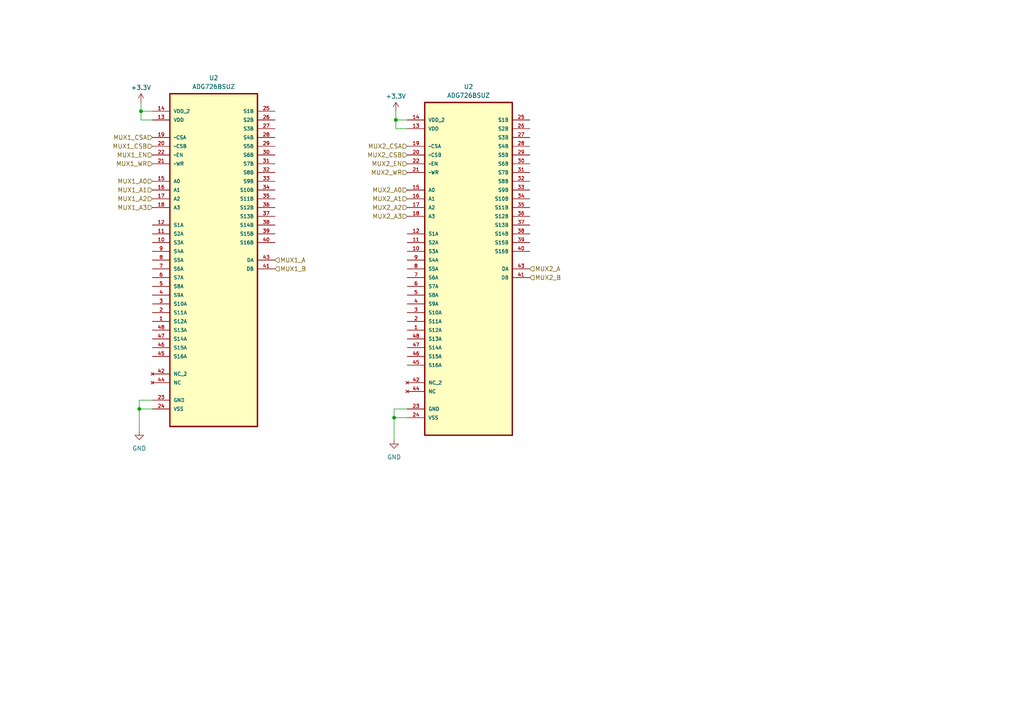
<source format=kicad_sch>
(kicad_sch (version 20230121) (generator eeschema)
  (paper "A4")
  (title_block (title "Zbiornik Ciśnieniowy PKM") (company "Mateusz Klisiewicz"))
  (lib_symbols
    (symbol "ADG726BSUZ:ADG726BSUZ" (pin_names (offset 1.016))
      (property "Reference" "U2" (at 0 50.292 0))
      (property "Value" "ADG726BSUZ" (at 0 47.752 0))
      (symbol "ADG726BSUZ_0_0"
        (rectangle (start -12.7 -50.8) (end 12.7 45.72) (stroke (width 0.4064)) (fill (type background)))
        (pin bidirectional line (at -17.78 -20.32 0) (length 5.08) (name "S12A") (number "1"))
        (pin bidirectional line (at -17.78 2.54 0) (length 5.08) (name "S3A") (number "10"))
        (pin bidirectional line (at -17.78 5.08 0) (length 5.08) (name "S2A") (number "11"))
        (pin bidirectional line (at -17.78 7.62 0) (length 5.08) (name "S1A") (number "12"))
        (pin power_in line (at -17.78 38.1 0) (length 5.08) (name "VDD") (number "13"))
        (pin power_in line (at -17.78 40.64 0) (length 5.08) (name "VDD_2") (number "14"))
        (pin input line (at -17.78 15.24 0) (length 5.08) (name "A2") (number "17"))
        (pin input line (at -17.78 12.7 0) (length 5.08) (name "A3") (number "18"))
        (pin input line (at -17.78 33.02 0) (length 5.08) (name "~CSA") (number "19"))
        (pin bidirectional line (at -17.78 -17.78 0) (length 5.08) (name "S11A") (number "2"))
        (pin input line (at -17.78 30.48 0) (length 5.08) (name "~CSB") (number "20"))
        (pin input line (at -17.78 25.4 0) (length 5.08) (name "~WR") (number "21"))
        (pin input line (at -17.78 27.94 0) (length 5.08) (name "~EN") (number "22"))
        (pin passive line (at -17.78 -43.18 0) (length 5.08) (name "GND") (number "23"))
        (pin power_in line (at -17.78 -45.72 0) (length 5.08) (name "VSS") (number "24"))
        (pin bidirectional line (at 17.78 40.64 180) (length 5.08) (name "S1B") (number "25"))
        (pin bidirectional line (at 17.78 38.1 180) (length 5.08) (name "S2B") (number "26"))
        (pin bidirectional line (at 17.78 35.56 180) (length 5.08) (name "S3B") (number "27"))
        (pin bidirectional line (at 17.78 33.02 180) (length 5.08) (name "S4B") (number "28"))
        (pin bidirectional line (at 17.78 30.48 180) (length 5.08) (name "S5B") (number "29"))
        (pin bidirectional line (at -17.78 -15.24 0) (length 5.08) (name "S10A") (number "3"))
        (pin bidirectional line (at 17.78 27.94 180) (length 5.08) (name "S6B") (number "30"))
        (pin bidirectional line (at 17.78 25.4 180) (length 5.08) (name "S7B") (number "31"))
        (pin bidirectional line (at 17.78 22.86 180) (length 5.08) (name "S8B") (number "32"))
        (pin bidirectional line (at 17.78 20.32 180) (length 5.08) (name "S9B") (number "33"))
        (pin bidirectional line (at 17.78 17.78 180) (length 5.08) (name "S10B") (number "34"))
        (pin bidirectional line (at 17.78 15.24 180) (length 5.08) (name "S11B") (number "35"))
        (pin bidirectional line (at 17.78 12.7 180) (length 5.08) (name "S12B") (number "36"))
        (pin bidirectional line (at 17.78 10.16 180) (length 5.08) (name "S13B") (number "37"))
        (pin bidirectional line (at 17.78 7.62 180) (length 5.08) (name "S14B") (number "38"))
        (pin bidirectional line (at 17.78 5.08 180) (length 5.08) (name "S15B") (number "39"))
        (pin bidirectional line (at -17.78 -12.7 0) (length 5.08) (name "S9A") (number "4"))
        (pin bidirectional line (at 17.78 2.54 180) (length 5.08) (name "S16B") (number "40"))
        (pin bidirectional line (at 17.78 -5.08 180) (length 5.08) (name "DB") (number "41"))
        (pin no_connect line (at -17.78 -35.56 0) (length 5.08) (name "NC_2") (number "42"))
        (pin bidirectional line (at 17.78 -2.54 180) (length 5.08) (name "DA") (number "43"))
        (pin no_connect line (at -17.78 -38.1 0) (length 5.08) (name "NC") (number "44"))
        (pin bidirectional line (at -17.78 -30.48 0) (length 5.08) (name "S16A") (number "45"))
        (pin bidirectional line (at -17.78 -27.94 0) (length 5.08) (name "S15A") (number "46"))
        (pin bidirectional line (at -17.78 -25.4 0) (length 5.08) (name "S14A") (number "47"))
        (pin bidirectional line (at -17.78 -22.86 0) (length 5.08) (name "S13A") (number "48"))
        (pin bidirectional line (at -17.78 -10.16 0) (length 5.08) (name "S8A") (number "5"))
        (pin bidirectional line (at -17.78 -7.62 0) (length 5.08) (name "S7A") (number "6"))
        (pin bidirectional line (at -17.78 -5.08 0) (length 5.08) (name "S6A") (number "7"))
        (pin bidirectional line (at -17.78 -2.54 0) (length 5.08) (name "S5A") (number "8"))
        (pin bidirectional line (at -17.78 0 0) (length 5.08) (name "S4A") (number "9"))
      )
      (symbol "ADG726BSUZ_1_0"
        (pin input line (at -17.78 20.32 0) (length 5.08) (name "A0") (number "15"))
        (pin input line (at -17.78 17.78 0) (length 5.08) (name "A1") (number "16"))
      )
    )
    (symbol "ADG726BSUZ_1" (pin_names (offset 1.016))
      (property "Reference" "U3" (at 0 50.292 0))
      (property "Value" "ADG726BSUZ" (at 0 47.752 0))
      (symbol "ADG726BSUZ_1_0_0"
        (rectangle (start -12.7 -50.8) (end 12.7 45.72) (stroke (width 0.4064)) (fill (type background)))
        (pin bidirectional line (at -17.78 -20.32 0) (length 5.08) (name "S12A") (number "1"))
        (pin bidirectional line (at -17.78 2.54 0) (length 5.08) (name "S3A") (number "10"))
        (pin bidirectional line (at -17.78 5.08 0) (length 5.08) (name "S2A") (number "11"))
        (pin bidirectional line (at -17.78 7.62 0) (length 5.08) (name "S1A") (number "12"))
        (pin power_in line (at -17.78 38.1 0) (length 5.08) (name "VDD") (number "13"))
        (pin power_in line (at -17.78 40.64 0) (length 5.08) (name "VDD_2") (number "14"))
        (pin input line (at -17.78 15.24 0) (length 5.08) (name "A2") (number "17"))
        (pin input line (at -17.78 12.7 0) (length 5.08) (name "A3") (number "18"))
        (pin input line (at -17.78 33.02 0) (length 5.08) (name "~CSA") (number "19"))
        (pin bidirectional line (at -17.78 -17.78 0) (length 5.08) (name "S11A") (number "2"))
        (pin input line (at -17.78 30.48 0) (length 5.08) (name "~CSB") (number "20"))
        (pin input line (at -17.78 25.4 0) (length 5.08) (name "~WR") (number "21"))
        (pin input line (at -17.78 27.94 0) (length 5.08) (name "~EN") (number "22"))
        (pin passive line (at -17.78 -43.18 0) (length 5.08) (name "GND") (number "23"))
        (pin power_in line (at -17.78 -45.72 0) (length 5.08) (name "VSS") (number "24"))
        (pin bidirectional line (at 17.78 40.64 180) (length 5.08) (name "S1B") (number "25"))
        (pin bidirectional line (at 17.78 38.1 180) (length 5.08) (name "S2B") (number "26"))
        (pin bidirectional line (at 17.78 35.56 180) (length 5.08) (name "S3B") (number "27"))
        (pin bidirectional line (at 17.78 33.02 180) (length 5.08) (name "S4B") (number "28"))
        (pin bidirectional line (at 17.78 30.48 180) (length 5.08) (name "S5B") (number "29"))
        (pin bidirectional line (at -17.78 -15.24 0) (length 5.08) (name "S10A") (number "3"))
        (pin bidirectional line (at 17.78 27.94 180) (length 5.08) (name "S6B") (number "30"))
        (pin bidirectional line (at 17.78 25.4 180) (length 5.08) (name "S7B") (number "31"))
        (pin bidirectional line (at 17.78 22.86 180) (length 5.08) (name "S8B") (number "32"))
        (pin bidirectional line (at 17.78 20.32 180) (length 5.08) (name "S9B") (number "33"))
        (pin bidirectional line (at 17.78 17.78 180) (length 5.08) (name "S10B") (number "34"))
        (pin bidirectional line (at 17.78 15.24 180) (length 5.08) (name "S11B") (number "35"))
        (pin bidirectional line (at 17.78 12.7 180) (length 5.08) (name "S12B") (number "36"))
        (pin bidirectional line (at 17.78 10.16 180) (length 5.08) (name "S13B") (number "37"))
        (pin bidirectional line (at 17.78 7.62 180) (length 5.08) (name "S14B") (number "38"))
        (pin bidirectional line (at 17.78 5.08 180) (length 5.08) (name "S15B") (number "39"))
        (pin bidirectional line (at -17.78 -12.7 0) (length 5.08) (name "S9A") (number "4"))
        (pin bidirectional line (at 17.78 2.54 180) (length 5.08) (name "S16B") (number "40"))
        (pin bidirectional line (at 17.78 -5.08 180) (length 5.08) (name "DB") (number "41"))
        (pin no_connect line (at -17.78 -35.56 0) (length 5.08) (name "NC_2") (number "42"))
        (pin bidirectional line (at 17.78 -2.54 180) (length 5.08) (name "DA") (number "43"))
        (pin no_connect line (at -17.78 -38.1 0) (length 5.08) (name "NC") (number "44"))
        (pin bidirectional line (at -17.78 -30.48 0) (length 5.08) (name "S16A") (number "45"))
        (pin bidirectional line (at -17.78 -27.94 0) (length 5.08) (name "S15A") (number "46"))
        (pin bidirectional line (at -17.78 -25.4 0) (length 5.08) (name "S14A") (number "47"))
        (pin bidirectional line (at -17.78 -22.86 0) (length 5.08) (name "S13A") (number "48"))
        (pin bidirectional line (at -17.78 -10.16 0) (length 5.08) (name "S8A") (number "5"))
        (pin bidirectional line (at -17.78 -7.62 0) (length 5.08) (name "S7A") (number "6"))
        (pin bidirectional line (at -17.78 -5.08 0) (length 5.08) (name "S6A") (number "7"))
        (pin bidirectional line (at -17.78 -2.54 0) (length 5.08) (name "S5A") (number "8"))
        (pin bidirectional line (at -17.78 0 0) (length 5.08) (name "S4A") (number "9"))
      )
      (symbol "ADG726BSUZ_1_1_0"
        (pin input line (at -17.78 20.32 0) (length 5.08) (name "A0") (number "15"))
        (pin input line (at -17.78 17.78 0) (length 5.08) (name "A1") (number "16"))
      )
    )
    (symbol "power:+3.3V" (power) (pin_names (offset 0))
      (property "Value" "+3.3V" (at 0 3.556 0))
      (symbol "+3.3V_0_1"
        (polyline (pts (xy -0.762 1.27) (xy 0 2.54)))
        (polyline (pts (xy 0 0) (xy 0 2.54)))
        (polyline (pts (xy 0 2.54) (xy 0.762 1.27)))
      )
      (symbol "+3.3V_1_1"
        (pin power_in line (at 0 0 90) (length 0) hide (name "+3.3V") (number "1"))
      )
    )
    (symbol "power:GND" (power) (pin_names (offset 0))
      (property "Value" "GND" (at 0 -3.81 0))
      (symbol "GND_0_1"
        (polyline (pts (xy 0 0) (xy 0 -1.27) (xy 1.27 -1.27) (xy 0 -2.54) (xy -1.27 -1.27) (xy 0 -1.27)))
      )
      (symbol "GND_1_1"
        (pin power_in line (at 0 0 270) (length 0) hide (name "GND") (number "1"))
      )
    )
  )
  (junction (at 114.808 34.798))
  (junction (at 40.894 32.258))
  (junction (at 40.386 118.618))
  (junction (at 114.3 121.158))
  (wire (pts (xy 114.808 32.258) (xy 114.808 34.798)))
  (wire (pts (xy 40.894 34.798) (xy 40.894 32.258)))
  (wire (pts (xy 40.386 118.618) (xy 40.386 124.968)))
  (wire (pts (xy 118.11 118.618) (xy 114.3 118.618)))
  (wire (pts (xy 44.196 118.618) (xy 40.386 118.618)))
  (wire (pts (xy 40.386 116.078) (xy 40.386 118.618)))
  (wire (pts (xy 114.3 118.618) (xy 114.3 121.158)))
  (wire (pts (xy 44.196 34.798) (xy 40.894 34.798)))
  (wire (pts (xy 44.196 116.078) (xy 40.386 116.078)))
  (wire (pts (xy 118.11 37.338) (xy 114.808 37.338)))
  (wire (pts (xy 40.894 32.258) (xy 44.196 32.258)))
  (wire (pts (xy 114.3 121.158) (xy 114.3 127.508)))
  (wire (pts (xy 114.808 37.338) (xy 114.808 34.798)))
  (wire (pts (xy 114.808 34.798) (xy 118.11 34.798)))
  (wire (pts (xy 40.894 29.718) (xy 40.894 32.258)))
  (wire (pts (xy 118.11 121.158) (xy 114.3 121.158)))
  (hierarchical_label "MUX2_B" (shape input) (at 153.67 80.518 0))
  (hierarchical_label "MUX2_A2" (shape input) (at 118.11 60.198 180))
  (hierarchical_label "MUX1_A0" (shape input) (at 44.196 52.578 180))
  (hierarchical_label "MUX1_B" (shape input) (at 79.756 77.978 0))
  (hierarchical_label "MUX2_A1" (shape input) (at 118.11 57.658 180))
  (hierarchical_label "MUX2_A" (shape input) (at 153.67 77.978 0))
  (hierarchical_label "MUX2_EN" (shape input) (at 118.11 47.498 180))
  (hierarchical_label "MUX1_A1" (shape input) (at 44.196 55.118 180))
  (hierarchical_label "MUX1_A" (shape input) (at 79.756 75.438 0))
  (hierarchical_label "MUX2_CSB" (shape input) (at 118.11 44.958 180))
  (hierarchical_label "MUX1_WR" (shape input) (at 44.196 47.498 180))
  (hierarchical_label "MUX2_A3" (shape input) (at 118.11 62.738 180))
  (hierarchical_label "MUX2_A0" (shape input) (at 118.11 55.118 180))
  (hierarchical_label "MUX2_CSA" (shape input) (at 118.11 42.418 180))
  (hierarchical_label "MUX1_EN" (shape input) (at 44.196 44.958 180))
  (hierarchical_label "MUX1_CSA" (shape input) (at 44.196 39.878 180))
  (hierarchical_label "MUX2_WR" (shape input) (at 118.11 50.038 180))
  (hierarchical_label "MUX1_CSB" (shape input) (at 44.196 42.418 180))
  (hierarchical_label "MUX1_A3" (shape input) (at 44.196 60.198 180))
  (hierarchical_label "MUX1_A2" (shape input) (at 44.196 57.658 180))
  (symbol (lib_id "power:+3.3V") (at 40.894 29.718 0) (unit 1)
    (property "Reference" "#PWR010" (effects hide))
    (property "Value" "+3.3V" (at 40.894 25.4 0))
  )
  (symbol (lib_name "ADG726BSUZ_1") (lib_id "ADG726BSUZ:ADG726BSUZ") (at 135.89 75.438 0) (unit 1)
    (property "Reference" "U2" (at 135.89 25.146 0))
    (property "Value" "ADG726BSUZ" (at 135.89 27.686 0))
    (property "Footprint" "ADG726BSUZ:QFP50P900X900X120-48N" (effects hide))
    (property "MF" "Analog Devices" (effects hide))
    (property "Description" "\nDifferential 16-Channel, 4 Ω 1.8 V to 5.5 V, ±2.5 V, Analog Multiplexer\n" (effects hide))
    (property "PACKAGE" "QFP-48" (effects hide))
    (property "MPN" "ADG726BSUZ" (effects hide))
    (property "Price" "None" (effects hide))
    (property "Package" "TQFP -48 Analog Devices" (effects hide))
    (property "OC_FARNELL" "1438753" (effects hide))
    (property "SnapEDA_Link" "https://www.snapeda.com/parts/ADG726BSUZ/Analog+Devices/view-part/?ref=snap" (effects hide))
    (property "MP" "ADG726BSUZ" (effects hide))
    (property "SUPPLIER" "ANALOG DEVICES" (effects hide))
    (property "OC_NEWARK" "59K1555" (effects hide))
    (property "Availability" "In Stock" (effects hide))
    (property "Check_prices" "https://www.snapeda.com/parts/ADG726BSUZ/Analog+Devices/view-part/?ref=eda" (effects hide))
    (instances (project "pressure_container" (path "" (reference "U2") (unit 1)) (path "" (reference "U3") (unit 1))))
  )
  (symbol (lib_id "power:+3.3V") (at 114.808 32.258 0) (unit 1)
    (property "Reference" "#PWR09" (effects hide))
    (property "Value" "+3.3V" (at 114.808 27.94 0))
  )
  (symbol (lib_id "ADG726BSUZ:ADG726BSUZ") (at 61.976 72.898 0) (unit 1)
    (property "Reference" "U2" (at 61.976 22.606 0))
    (property "Value" "ADG726BSUZ" (at 61.976 25.146 0))
    (property "Footprint" "ADG726BSUZ:QFP50P900X900X120-48N" (effects hide))
    (property "MF" "Analog Devices" (effects hide))
    (property "Description" "\nDifferential 16-Channel, 4 Ω 1.8 V to 5.5 V, ±2.5 V, Analog Multiplexer\n" (effects hide))
    (property "PACKAGE" "QFP-48" (effects hide))
    (property "MPN" "ADG726BSUZ" (effects hide))
    (property "Price" "None" (effects hide))
    (property "Package" "TQFP -48 Analog Devices" (effects hide))
    (property "OC_FARNELL" "1438753" (effects hide))
    (property "SnapEDA_Link" "https://www.snapeda.com/parts/ADG726BSUZ/Analog+Devices/view-part/?ref=snap" (effects hide))
    (property "MP" "ADG726BSUZ" (effects hide))
    (property "SUPPLIER" "ANALOG DEVICES" (effects hide))
    (property "OC_NEWARK" "59K1555" (effects hide))
    (property "Availability" "In Stock" (effects hide))
    (property "Check_prices" "https://www.snapeda.com/parts/ADG726BSUZ/Analog+Devices/view-part/?ref=eda" (effects hide))
  )
  (symbol (lib_id "power:GND") (at 40.386 124.968 0) (unit 1)
    (property "Reference" "#PWR08" (effects hide))
    (property "Value" "GND" (at 40.386 130.048 0))
  )
  (symbol (lib_id "power:GND") (at 114.3 127.508 0) (unit 1)
    (property "Reference" "#PWR07" (effects hide))
    (property "Value" "GND" (at 114.3 132.588 0))
  )
)
</source>
